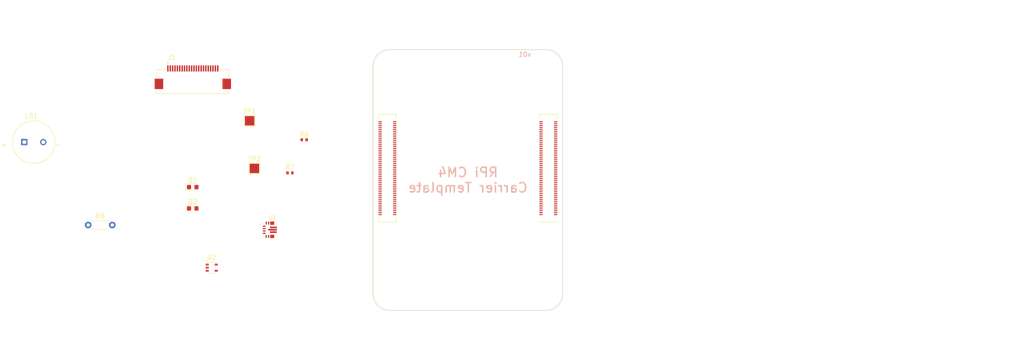
<source format=kicad_pcb>
(kicad_pcb (version 20240108) (generator "pcbnew") (generator_version "8.0")
  (title_block (title "Raspberry Pi Compute Module 4 Carrier Template") (date "2020-10-31") (rev "v01") (comment 2 "creativecommons.org/licenses/by/4.0/") (comment 3 "License: CC BY 4.0") (comment 4 "Author: Shawn Hymel"))
  (layers (0 "F.Cu" signal) (31 "B.Cu" signal) (34 "B.Paste" user) (35 "F.Paste" user) (36 "B.SilkS" user "B.Silkscreen") (37 "F.SilkS" user "F.Silkscreen") (38 "B.Mask" user) (39 "F.Mask" user) (44 "Edge.Cuts" user))
  (net 0 "")
  (net 1 "+3.3V")
  (net 2 "Net-(D1-K)")
  (net 3 "/CM4 GPIO/+3.3v")
  (net 4 "Net-(D2-K)")
  (net 5 "GND")
  (net 7 "/CM4 High Speed/CAM0_D1_P")
  (net 8 "/CM4 High Speed/CAM0_D0_N")
  (net 10 "/CM4 High Speed/CAM0_C_N")
  (net 11 "/CM4 High Speed/SCL1")
  (net 12 "/CM4 High Speed/+3.3v")
  (net 13 "/CM4 High Speed/CAM0_D0_P")
  (net 14 "/CM4 High Speed/CAM_GPIO")
  (net 15 "/CM4 High Speed/CAM0_D1_N")
  (net 18 "/CM4 High Speed/SDA1")
  (net 19 "/CM4 High Speed/CAM0_C_P")
  (net 21 "/CM4 GPIO/GPIO17")
  (net 23 "/CM4 GPIO/CAM_GPIO")
  (net 32 "+1.8V")
  (net 52 "+5V")
  (net 79 "/CM4 GPIO/GPIO18")
  (net 82 "/CM4 GPIO/GPIO20")
  (net 84 "/CM4 GPIO/GPIO19")
  (net 105 "/CM4 GPIO/PI_nLED_Activity")
  (net 116 "/CM4 GPIO/nPWR_LED")
  (net 139 "/CM4 GPIO/GPIO21")
  (net 153 "Net-(R6-Pad2)")
  (net 154 "Net-(D4-A)")
  (net 155 "PS")
  (net 156 "PG")
  (net 157 "EN")
  (net 158 "Net-(U1-L2)")
  (net 159 "Net-(U1-L1)")
  (net 160 "VIN")
  (net 161 "Net-(U1-VAUX)")
  (net 162 "FB")
  (footprint "LED_SMD:LED_0603_1608Metric" (layer "F.Cu") (at 88.5 107.5)
    (property "Reference" "D1" (at 0 -1.43 0) (layer "F.SilkS"))
    (property "Value" "LED Red")
    (fp_line (start -1.485 -0.735) (end -1.485 0.735) (stroke (width 0.12)) (layer "F.SilkS"))
    (fp_line (start -1.485 0.735) (end 0.8 0.735) (stroke (width 0.12)) (layer "F.SilkS"))
    (fp_line (start 0.8 -0.735) (end -1.485 -0.735) (stroke (width 0.12)) (layer "F.SilkS"))
    (pad "1" smd roundrect (at -0.7875 0) (size 0.875 0.95) (layers "F.Cu" "F.Paste" "F.Mask") (net 2 "Net-(D1-K)"))
    (pad "2" smd roundrect (at 0.7875 0) (size 0.875 0.95) (layers "F.Cu" "F.Paste" "F.Mask") (net 1 "+3.3V"))
  )
  (footprint "Resistor_SMD:R_0402_1005Metric" (layer "F.Cu") (at 111.99 97.5)
    (property "Reference" "R6" (at 0 -1.17 0) (layer "F.SilkS"))
    (property "Value" "1k")
    (fp_line (start -0.153641 -0.38) (end 0.153641 -0.38) (stroke (width 0.12)) (layer "F.SilkS"))
    (fp_line (start -0.153641 0.38) (end 0.153641 0.38) (stroke (width 0.12)) (layer "F.SilkS"))
    (pad "1" smd roundrect (at -0.51 0) (size 0.54 0.64) (layers "F.Cu" "F.Paste" "F.Mask") (net 2 "Net-(D1-K)"))
    (pad "2" smd roundrect (at 0.51 0) (size 0.54 0.64) (layers "F.Cu" "F.Paste" "F.Mask") (net 153 "Net-(R6-Pad2)"))
  )
  (footprint "TestPoint:TestPoint_Pad_2.0x2.0mm" (layer "F.Cu") (at 100.5 93.5)
    (property "Reference" "TP1" (at 0 -1.998 0) (layer "F.SilkS"))
    (property "Value" "TestPoint")
    (fp_line (start -1.2 -1.2) (end 1.2 -1.2) (stroke (width 0.12)) (layer "F.SilkS"))
    (fp_line (start -1.2 1.2) (end -1.2 -1.2) (stroke (width 0.12)) (layer "F.SilkS"))
    (fp_line (start 1.2 -1.2) (end 1.2 1.2) (stroke (width 0.12)) (layer "F.SilkS"))
    (fp_line (start 1.2 1.2) (end -1.2 1.2) (stroke (width 0.12)) (layer "F.SilkS"))
    (pad "1" smd rect (at 0 0) (size 2 2) (layers "F.Cu" "F.Mask") (net 2 "Net-(D1-K)"))
  )
  (footprint "LED_SMD:LED_0603_1608Metric" (layer "F.Cu") (at 88.5 112)
    (property "Reference" "D2" (at 0 -1.43 0) (layer "F.SilkS"))
    (property "Value" "LED Green")
    (fp_line (start -1.485 -0.735) (end -1.485 0.735) (stroke (width 0.12)) (layer "F.SilkS"))
    (fp_line (start -1.485 0.735) (end 0.8 0.735) (stroke (width 0.12)) (layer "F.SilkS"))
    (fp_line (start 0.8 -0.735) (end -1.485 -0.735) (stroke (width 0.12)) (layer "F.SilkS"))
    (pad "1" smd roundrect (at -0.7875 0) (size 0.875 0.95) (layers "F.Cu" "F.Paste" "F.Mask") (net 4 "Net-(D2-K)"))
    (pad "2" smd roundrect (at 0.7875 0) (size 0.875 0.95) (layers "F.Cu" "F.Paste" "F.Mask") (net 3 "/CM4 GPIO/+3.3v"))
  )
  (footprint "Package_TO_SOT_SMD:SOT-353_SC-70-5" (layer "F.Cu") (at 92.5 124.5)
    (property "Reference" "U2" (at 0 -2.25 0) (layer "F.SilkS"))
    (property "Value" "74LVC1G07SE-7")
    (fp_line (start -0.71 -1.16) (end 0.7 -1.16) (stroke (width 0.12)) (layer "F.SilkS"))
    (fp_line (start -0.7 1.16) (end 0.7 1.16) (stroke (width 0.12)) (layer "F.SilkS"))
    (fp_poly (pts (xy -1.08 -1.11) (xy -1.32 -1.44) (xy -0.84 -1.44) (xy -1.08 -1.11)) (stroke (width 0.12)) (fill solid) (layer "F.SilkS"))
    (pad "1" smd roundrect (at -0.95 -0.65) (size 0.65 0.4) (layers "F.Cu" "F.Paste" "F.Mask"))
    (pad "2" smd roundrect (at -0.95 0) (size 0.65 0.4) (layers "F.Cu" "F.Paste" "F.Mask") (net 116 "/CM4 GPIO/nPWR_LED"))
    (pad "3" smd roundrect (at -0.95 0.65) (size 0.65 0.4) (layers "F.Cu" "F.Paste" "F.Mask") (net 5 "GND"))
    (pad "4" smd roundrect (at 0.95 0.65) (size 0.65 0.4) (layers "F.Cu" "F.Paste" "F.Mask") (net 153 "Net-(R6-Pad2)"))
    (pad "5" smd roundrect (at 0.95 -0.65) (size 0.65 0.4) (layers "F.Cu" "F.Paste" "F.Mask") (net 1 "+3.3V"))
  )
  (footprint "Resistor_THT:R_Axial_DIN0204_L3.6mm_D1.6mm_P5.08mm_Horizontal" (layer "F.Cu") (at 66.46 115.5)
    (property "Reference" "R8" (at 2.54 -1.92 0) (layer "F.SilkS"))
    (property "Value" "DNF")
    (fp_line (start 0.62 -0.92) (end 4.46 -0.92) (stroke (width 0.12)) (layer "F.SilkS"))
    (fp_line (start 0.62 0.92) (end 4.46 0.92) (stroke (width 0.12)) (layer "F.SilkS"))
    (pad "1" thru_hole circle (at 0 0) (size 1.4 1.4) (drill 0.7) (layers "*.Cu" "*.Mask") (net 82 "/CM4 GPIO/GPIO20"))
    (pad "2" thru_hole oval (at 5.08 0) (size 1.4 1.4) (drill 0.7) (layers "*.Cu" "*.Mask") (net 154 "Net-(D4-A)"))
  )
  (footprint "CUI_CST-931AP.petty:CUI_CST-931AP" (layer "F.Cu") (at 55 98)
    (property "Reference" "LS1" (at -0.496575 -5.522545 0) (layer "F.SilkS") (effects (font (size 1.003189 1.003189))))
    (property "Value" "CST-931AP")
    (fp_circle (center 0 0) (end 4.5 0) (stroke (width 0.127)) (fill none) (layer "F.SilkS"))
    (fp_text user "-" (at 5.0535 0.601179 0) (layer "F.SilkS") (effects (font (size 1.001961 1.001961))))
    (fp_text user "+" (at -6.38073 0.601011 0) (layer "F.SilkS") (effects (font (size 1.001677 1.001677))))
    (pad "M" thru_hole circle (at 2 0) (size 1.308 1.308) (drill 0.8) (layers "*.Cu" "*.Mask") (net 5 "GND"))
    (pad "P" thru_hole rect (at -2 0) (size 1.308 1.308) (drill 0.8) (layers "*.Cu" "*.Mask") (net 21 "/CM4 GPIO/GPIO17"))
  )
  (footprint "Resistor_SMD:R_0402_1005Metric" (layer "F.Cu") (at 108.99 104.5)
    (property "Reference" "R7" (at 0 -1.17 0) (layer "F.SilkS"))
    (property "Value" "1k")
    (fp_line (start -0.153641 -0.38) (end 0.153641 -0.38) (stroke (width 0.12)) (layer "F.SilkS"))
    (fp_line (start -0.153641 0.38) (end 0.153641 0.38) (stroke (width 0.12)) (layer "F.SilkS"))
    (pad "1" smd roundrect (at -0.51 0) (size 0.54 0.64) (layers "F.Cu" "F.Paste" "F.Mask") (net 4 "Net-(D2-K)"))
    (pad "2" smd roundrect (at 0.51 0) (size 0.54 0.64) (layers "F.Cu" "F.Paste" "F.Mask") (net 105 "/CM4 GPIO/PI_nLED_Activity"))
  )
  (footprint "buckboost_footprint:VREG_TPS63070RNMR" (layer "F.Cu") (at 104.725 116.5)
    (property "Reference" "U1" (at 0.64 -2.608 0) (layer "F.SilkS") (effects (font (size 0.8 0.8))))
    (property "Value" "TPS63070RNMR")
    (fp_line (start -1.25 -1.5) (end -1.25 -1.195) (stroke (width 0.127)) (layer "F.SilkS"))
    (fp_line (start -1.25 1.5) (end -1.25 1.195) (stroke (width 0.127)) (layer "F.SilkS"))
    (fp_line (start -1.17 -1.5) (end -1.25 -1.5) (stroke (width 0.127)) (layer "F.SilkS"))
    (fp_line (start -1.17 1.5) (end -1.25 1.5) (stroke (width 0.127)) (layer "F.SilkS"))
    (fp_line (start 1.17 -1.5) (end 1.25 -1.5) (stroke (width 0.127)) (layer "F.SilkS"))
    (fp_line (start 1.25 -1.5) (end 1.25 -0.995) (stroke (width 0.127)) (layer "F.SilkS"))
    (fp_line (start 1.25 0.995) (end 1.25 1.5) (stroke (width 0.127)) (layer "F.SilkS"))
    (fp_line (start 1.25 1.5) (end 1.17 1.5) (stroke (width 0.127)) (layer "F.SilkS"))
    (fp_circle (center -2 -1.15) (end -1.9 -1.15) (stroke (width 0.2)) (fill none) (layer "F.SilkS"))
    (pad "1" smd roundrect (at -1.15 -0.75) (size 0.6 0.25) (layers "F.Cu" "F.Paste") (roundrect_rratio 0.025) (net 155 "PS"))
    (pad "2" smd roundrect (at -1.15 -0.25) (size 0.6 0.25) (layers "F.Cu" "F.Paste") (roundrect_rratio 0.025) (net 156 "PG"))
    (pad "3" smd roundrect (at -1.15 0.25) (size 0.6 0.25) (layers "F.Cu" "F.Paste") (roundrect_rratio 0.025) (net 161 "Net-(U1-VAUX)"))
    (pad "4" smd roundrect (at -1.15 0.75) (size 0.6 0.25) (layers "F.Cu" "F.Paste") (roundrect_rratio 0.025) (net 5 "GND"))
    (pad "5" smd roundrect (at -0.725 1.4) (size 0.25 0.6) (layers "F.Cu" "F.Paste") (roundrect_rratio 0.025) (net 162 "FB"))
    (pad "6" smd roundrect (at -0.225 1.4) (size 0.25 0.6) (layers "F.Cu" "F.Paste") (roundrect_rratio 0.025) (net 5 "GND"))
    (pad "7_8" smd roundrect (at 0.525 1.4) (size 0.85 0.7) (layers "F.Cu") (roundrect_rratio 0.025) (net 52 "+5V"))
    (pad "9" smd roundrect (at 0.775 0.5) (size 1.45 0.35) (layers "F.Cu") (roundrect_rratio 0.025) (net 158 "Net-(U1-L2)"))
    (pad "10" smd roundrect (at 0.6 0) (size 1.8 0.35) (layers "F.Cu") (roundrect_rratio 0.025) (net 5 "GND"))
    (pad "11" smd roundrect (at 0.775 -0.5) (size 1.45 0.35) (layers "F.Cu") (roundrect_rratio 0.025) (net 159 "Net-(U1-L1)"))
    (pad "12_13" smd roundrect (at 0.525 -1.4) (size 0.85 0.7) (layers "F.Cu") (roundrect_rratio 0.025) (net 160 "VIN"))
    (pad "14" smd roundrect (at -0.225 -1.4) (size 0.25 0.6) (layers "F.Cu" "F.Paste") (roundrect_rratio 0.025) (net 157 "EN"))
    (pad "15" smd roundrect (at -0.725 -1.4) (size 0.25 0.6) (layers "F.Cu" "F.Paste") (roundrect_rratio 0.025) (net 5 "GND"))
  )
  (footprint "AMPHENOL_F305-1A7H1-21022-E100.petty:AMPHENOL_F305-1A7H1-21022-E100" (layer "F.Cu") (at 88.52 85.255)
    (property "Reference" "J1" (at -4.475 -5.135 0) (layer "F.SilkS"))
    (property "Value" "F305-1A7H1-21022-E100")
    (fp_line (start -7.65 -2.5) (end -5.72 -2.5) (stroke (width 0.127)) (layer "F.SilkS"))
    (fp_line (start -7.65 -0.97) (end -7.65 -2.5) (stroke (width 0.127)) (layer "F.SilkS"))
    (fp_line (start -7.65 1.87) (end -7.65 2.5) (stroke (width 0.127)) (layer "F.SilkS"))
    (fp_line (start -7.65 2.5) (end 7.65 2.5) (stroke (width 0.127)) (layer "F.SilkS"))
    (fp_line (start 5.72 -2.5) (end 7.65 -2.5) (stroke (width 0.127)) (layer "F.SilkS"))
    (fp_line (start 7.65 -2.5) (end 7.65 -0.97) (stroke (width 0.127)) (layer "F.SilkS"))
    (fp_line (start 7.65 2.5) (end 7.65 1.87) (stroke (width 0.127)) (layer "F.SilkS"))
    (fp_circle (center -5.25 -4) (end -5.15 -4) (stroke (width 0.2)) (fill none) (layer "F.SilkS"))
    (pad "1" smd rect (at -5.25 -2.8) (size 0.3 1.3) (layers "F.Cu" "F.Paste") (net 5 "GND"))
    (pad "2" smd rect (at -4.75 -2.8) (size 0.3 1.3) (layers "F.Cu" "F.Paste") (net 8 "/CM4 High Speed/CAM0_D0_N"))
    (pad "3" smd rect (at -4.25 -2.8) (size 0.3 1.3) (layers "F.Cu" "F.Paste") (net 13 "/CM4 High Speed/CAM0_D0_P"))
    (pad "4" smd rect (at -3.75 -2.8) (size 0.3 1.3) (layers "F.Cu" "F.Paste") (net 5 "GND"))
    (pad "5" smd rect (at -3.25 -2.8) (size 0.3 1.3) (layers "F.Cu" "F.Paste") (net 15 "/CM4 High Speed/CAM0_D1_N"))
    (pad "6" smd rect (at -2.75 -2.8) (size 0.3 1.3) (layers "F.Cu" "F.Paste") (net 7 "/CM4 High Speed/CAM0_D1_P"))
    (pad "7" smd rect (at -2.25 -2.8) (size 0.3 1.3) (layers "F.Cu" "F.Paste") (net 5 "GND"))
    (pad "8" smd rect (at -1.75 -2.8) (size 0.3 1.3) (layers "F.Cu" "F.Paste") (net 10 "/CM4 High Speed/CAM0_C_N"))
    (pad "9" smd rect (at -1.25 -2.8) (size 0.3 1.3) (layers "F.Cu" "F.Paste") (net 19 "/CM4 High Speed/CAM0_C_P"))
    (pad "10" smd rect (at -0.75 -2.8) (size 0.3 1.3) (layers "F.Cu" "F.Paste") (net 5 "GND"))
    (pad "11" smd rect (at -0.25 -2.8) (size 0.3 1.3) (layers "F.Cu" "F.Paste"))
    (pad "12" smd rect (at 0.25 -2.8) (size 0.3 1.3) (layers "F.Cu" "F.Paste"))
    (pad "13" smd rect (at 0.75 -2.8) (size 0.3 1.3) (layers "F.Cu" "F.Paste") (net 5 "GND"))
    (pad "14" smd rect (at 1.25 -2.8) (size 0.3 1.3) (layers "F.Cu" "F.Paste"))
    (pad "15" smd rect (at 1.75 -2.8) (size 0.3 1.3) (layers "F.Cu" "F.Paste"))
    (pad "16" smd rect (at 2.25 -2.8) (size 0.3 1.3) (layers "F.Cu" "F.Paste") (net 5 "GND"))
    (pad "17" smd rect (at 2.75 -2.8) (size 0.3 1.3) (layers "F.Cu" "F.Paste") (net 14 "/CM4 High Speed/CAM_GPIO"))
    (pad "18" smd rect (at 3.25 -2.8) (size 0.3 1.3) (layers "F.Cu" "F.Paste"))
    (pad "19" smd rect (at 3.75 -2.8) (size 0.3 1.3) (layers "F.Cu" "F.Paste") (net 5 "GND"))
    (pad "20" smd rect (at 4.25 -2.8) (size 0.3 1.3) (layers "F.Cu" "F.Paste") (net 11 "/CM4 High Speed/SCL1"))
    (pad "21" smd rect (at 4.75 -2.8) (size 0.3 1.3) (layers "F.Cu" "F.Paste") (net 18 "/CM4 High Speed/SDA1"))
    (pad "22" smd rect (at 5.25 -2.8) (size 0.3 1.3) (layers "F.Cu" "F.Paste") (net 12 "/CM4 High Speed/+3.3v"))
    (pad "SH1" smd rect (at -7.15 0.45) (size 1.8 2.2) (layers "F.Cu" "F.Paste" "F.Mask"))
    (pad "SH2" smd rect (at 7.15 0.45) (size 1.8 2.2) (layers "F.Cu" "F.Paste" "F.Mask"))
  )
  (footprint "TestPoint:TestPoint_Pad_2.0x2.0mm" (layer "F.Cu") (at 101.5 103.55)
    (property "Reference" "TP2" (at 0 -1.998 0) (layer "F.SilkS"))
    (property "Value" "TestPoint")
    (fp_line (start -1.2 -1.2) (end 1.2 -1.2) (stroke (width 0.12)) (layer "F.SilkS"))
    (fp_line (start -1.2 1.2) (end -1.2 -1.2) (stroke (width 0.12)) (layer "F.SilkS"))
    (fp_line (start 1.2 -1.2) (end 1.2 1.2) (stroke (width 0.12)) (layer "F.SilkS"))
    (fp_line (start 1.2 1.2) (end -1.2 1.2) (stroke (width 0.12)) (layer "F.SilkS"))
    (pad "1" smd rect (at 0 0) (size 2 2) (layers "F.Cu" "F.Mask") (net 4 "Net-(D2-K)"))
  )
  (footprint "CM4IO:Raspberry-Pi-4-Compute-Module" (layer "F.Cu") (at 163 82 180)
    (property "Reference" "Module1" (hide yes))
    (property "Value" "ComputeModule4-CM4")
    (fp_line (start 36.5 0) (end 36.5 -48) (stroke (width 0.12)) (layer "F.SilkS"))
    (fp_line (start 35.35 -10.1) (end 35.35 -11.1) (stroke (width 0.12)) (layer "F.SilkS"))
    (fp_line (start 35.35 -32.9) (end 35.35 -31.9) (stroke (width 0.12)) (layer "F.SilkS"))
    (fp_line (start 33 -51.5) (end 0 -51.5) (stroke (width 0.12)) (layer "F.SilkS"))
    (fp_line (start 31.57 -10.1) (end 35.35 -10.1) (stroke (width 0.12)) (layer "F.SilkS"))
    (fp_line (start 31.57 -10.1) (end 31.57 -11.1) (stroke (width 0.12)) (layer "F.SilkS"))
    (fp_line (start 31.57 -32.9) (end 35.35 -32.9) (stroke (width 0.12)) (layer "F.SilkS"))
    (fp_line (start 31.57 -32.9) (end 31.57 -31.9) (stroke (width 0.12)) (layer "F.SilkS"))
    (fp_line (start 1.43 -10.1) (end 1.43 -11.1) (stroke (width 0.12)) (layer "F.SilkS"))
    (fp_line (start 0 3.5) (end 33 3.5) (stroke (width 0.12)) (layer "F.SilkS"))
    (fp_line (start -2.35 -10.1) (end 1.43 -10.1) (stroke (width 0.12)) (layer "F.SilkS"))
    (fp_line (start -2.35 -10.1) (end -2.35 -11.1) (stroke (width 0.12)) (layer "F.SilkS"))
    (fp_line (start -2.35 -32.9) (end 1.43 -32.9) (stroke (width 0.12)) (layer "F.SilkS"))
    (fp_line (start -3.5 -48) (end -3.5 0) (stroke (width 0.12)) (layer "F.SilkS"))
    (fp_arc (start 36.5 0) (mid 35.474874 2.474874) (end 33 3.5) (stroke (width 0.12)) (layer "F.SilkS"))
    (fp_arc (start 33 -51.5) (mid 35.474874 -50.474874) (end 36.5 -48) (stroke (width 0.12)) (layer "F.SilkS"))
    (fp_arc (start 0 3.5) (mid -2.474874 2.474874) (end -3.5 0) (stroke (width 0.12)) (layer "F.SilkS"))
    (fp_arc (start -3.5 -48) (mid -2.474874 -50.474874) (end 0 -51.5) (stroke (width 0.12)) (layer "F.SilkS"))
    (pad "" np_thru_hole circle (at 0 -48 180) (size 2.7 2.7) (drill 2.7) (layers "*.Cu" "*.Mask") (clearance 1.7))
    (pad "" np_thru_hole circle (at 0 0 180) (size 2.7 2.7) (drill 2.7) (layers "*.Cu" "*.Mask") (clearance 1.7))
    (pad "" np_thru_hole circle (at 33 -48 180) (size 2.7 2.7) (drill 2.7) (layers "*.Cu" "*.Mask") (clearance 1.7))
    (pad "" np_thru_hole circle (at 33 0 180) (size 2.7 2.7) (drill 2.7) (layers "*.Cu" "*.Mask") (clearance 1.7))
    (pad "1" smd rect (at -2 -31.3 90) (size 0.2 0.7) (layers "F.Cu" "F.Paste" "F.Mask") (net 5 "GND"))
    (pad "2" smd rect (at 1.08 -31.3 90) (size 0.2 0.7) (layers "F.Cu" "F.Paste" "F.Mask") (net 5 "GND"))
    (pad "3" smd rect (at -2 -30.9 90) (size 0.2 0.7) (layers "F.Cu" "F.Paste" "F.Mask"))
    (pad "4" smd rect (at 1.08 -30.9 90) (size 0.2 0.7) (layers "F.Cu" "F.Paste" "F.Mask"))
    (pad "5" smd rect (at -2 -30.5 90) (size 0.2 0.7) (layers "F.Cu" "F.Paste" "F.Mask"))
    (pad "6" smd rect (at 1.08 -30.5 90) (size 0.2 0.7) (layers "F.Cu" "F.Paste" "F.Mask"))
    (pad "7" smd rect (at -2 -30.1 90) (size 0.2 0.7) (layers "F.Cu" "F.Paste" "F.Mask") (net 5 "GND"))
    (pad "8" smd rect (at 1.08 -30.1 90) (size 0.2 0.7) (layers "F.Cu" "F.Paste" "F.Mask") (net 5 "GND"))
    (pad "9" smd rect (at -2 -29.7 90) (size 0.2 0.7) (layers "F.Cu" "F.Paste" "F.Mask"))
    (pad "10" smd rect (at 1.08 -29.7 90) (size 0.2 0.7) (layers "F.Cu" "F.Paste" "F.Mask"))
    (pad "11" smd rect (at -2 -29.3 90) (size 0.2 0.7) (layers "F.Cu" "F.Paste" "F.Mask"))
    (pad "12" smd rect (at 1.08 -29.3 90) (size 0.2 0.7) (layers "F.Cu" "F.Paste" "F.Mask"))
    (pad "13" smd rect (at -2 -28.9 90) (size 0.2 0.7) (layers "F.Cu" "F.Paste" "F.Mask") (net 5 "GND"))
    (pad "14" smd rect (at 1.08 -28.9 90) (size 0.2 0.7) (layers "F.Cu" "F.Paste" "F.Mask") (net 5 "GND"))
    (pad "15" smd rect (at -2 -28.5 90) (size 0.2 0.7) (layers "F.Cu" "F.Paste" "F.Mask"))
    (pad "16" smd rect (at 1.08 -28.5 90) (size 0.2 0.7) (layers "F.Cu" "F.Paste" "F.Mask"))
    (pad "17" smd rect (at -2 -28.1 90) (size 0.2 0.7) (layers "F.Cu" "F.Paste" "F.Mask"))
    (pad "18" smd rect (at 1.08 -28.1 90) (size 0.2 0.7) (layers "F.Cu" "F.Paste" "F.Mask"))
    (pad "19" smd rect (at -2 -27.7 90) (size 0.2 0.7) (layers "F.Cu" "F.Paste" "F.Mask"))
    (pad "20" smd rect (at 1.08 -27.7 90) (size 0.2 0.7) (layers "F.Cu" "F.Paste" "F.Mask"))
    (pad "21" smd rect (at -2 -27.3 90) (size 0.2 0.7) (layers "F.Cu" "F.Paste" "F.Mask") (net 105 "/CM4 GPIO/PI_nLED_Activity"))
    (pad "22" smd rect (at 1.08 -27.3 90) (size 0.2 0.7) (layers "F.Cu" "F.Paste" "F.Mask") (net 5 "GND"))
    (pad "23" smd rect (at -2 -26.9 90) (size 0.2 0.7) (layers "F.Cu" "F.Paste" "F.Mask") (net 5 "GND"))
    (pad "24" smd rect (at 1.08 -26.9 90) (size 0.2 0.7) (layers "F.Cu" "F.Paste" "F.Mask"))
    (pad "25" smd rect (at -2 -26.5 90) (size 0.2 0.7) (layers "F.Cu" "F.Paste" "F.Mask") (net 139 "/CM4 GPIO/GPIO21"))
    (pad "26" smd rect (at 1.08 -26.5 90) (size 0.2 0.7) (layers "F.Cu" "F.Paste" "F.Mask") (net 84 "/CM4 GPIO/GPIO19"))
    (pad "27" smd rect (at -2 -26.1 90) (size 0.2 0.7) (layers "F.Cu" "F.Paste" "F.Mask") (net 82 "/CM4 GPIO/GPIO20"))
    (pad "28" smd rect (at 1.08 -26.1 90) (size 0.2 0.7) (layers "F.Cu" "F.Paste" "F.Mask"))
    (pad "29" smd rect (at -2 -25.7 90) (size 0.2 0.7) (layers "F.Cu" "F.Paste" "F.Mask"))
    (pad "30" smd rect (at 1.08 -25.7 90) (size 0.2 0.7) (layers "F.Cu" "F.Paste" "F.Mask"))
    (pad "31" smd rect (at -2 -25.3 90) (size 0.2 0.7) (layers "F.Cu" "F.Paste" "F.Mask"))
    (pad "32" smd rect (at 1.08 -25.3 90) (size 0.2 0.7) (layers "F.Cu" "F.Paste" "F.Mask") (net 5 "GND"))
    (pad "33" smd rect (at -2 -24.9 90) (size 0.2 0.7) (layers "F.Cu" "F.Paste" "F.Mask") (net 5 "GND"))
    (pad "34" smd rect (at 1.08 -24.9 90) (size 0.2 0.7) (layers "F.Cu" "F.Paste" "F.Mask"))
    (pad "35" smd rect (at -2 -24.5 90) (size 0.2 0.7) (layers "F.Cu" "F.Paste" "F.Mask"))
    (pad "36" smd rect (at 1.08 -24.5 90) (size 0.2 0.7) (layers "F.Cu" "F.Paste" "F.Mask"))
    (pad "37" smd rect (at -2 -24.1 90) (size 0.2 0.7) (layers "F.Cu" "F.Paste" "F.Mask"))
    (pad "38" smd rect (at 1.08 -24.1 90) (size 0.2 0.7) (layers "F.Cu" "F.Paste" "F.Mask"))
    (pad "39" smd rect (at -2 -23.7 90) (size 0.2 0.7) (layers "F.Cu" "F.Paste" "F.Mask"))
    (pad "40" smd rect (at 1.08 -23.7 90) (size 0.2 0.7) (layers "F.Cu" "F.Paste" "F.Mask"))
    (pad "41" smd rect (at -2 -23.3 90) (size 0.2 0.7) (layers "F.Cu" "F.Paste" "F.Mask"))
    (pad "42" smd rect (at 1.08 -23.3 90) (size 0.2 0.7) (layers "F.Cu" "F.Paste" "F.Mask") (net 5 "GND"))
    (pad "43" smd rect (at -2 -22.9 90) (size 0.2 0.7) (layers "F.Cu" "F.Paste" "F.Mask") (net 5 "GND"))
    (pad "44" smd rect (at 1.08 -22.9 90) (size 0.2 0.7) (layers "F.Cu" "F.Paste" "F.Mask"))
    (pad "45" smd rect (at -2 -22.5 90) (size 0.2 0.7) (layers "F.Cu" "F.Paste" "F.Mask"))
    (pad "46" smd rect (at 1.08 -22.5 90) (size 0.2 0.7) (layers "F.Cu" "F.Paste" "F.Mask"))
    (pad "47" smd rect (at -2 -22.1 90) (size 0.2 0.7) (layers "F.Cu" "F.Paste" "F.Mask"))
    (pad "48" smd rect (at 1.08 -22.1 90) (size 0.2 0.7) (layers "F.Cu" "F.Paste" "F.Mask"))
    (pad "49" smd rect (at -2 -21.7 90) (size 0.2 0.7) (layers "F.Cu" "F.Paste" "F.Mask") (net 79 "/CM4 GPIO/GPIO18"))
    (pad "50" smd rect (at 1.08 -21.7 90) (size 0.2 0.7) (layers "F.Cu" "F.Paste" "F.Mask") (net 21 "/CM4 GPIO/GPIO17"))
    (pad "51" smd rect (at -2 -21.3 90) (size 0.2 0.7) (layers "F.Cu" "F.Paste" "F.Mask"))
    (pad "52" smd rect (at 1.08 -21.3 90) (size 0.2 0.7) (layers "F.Cu" "F.Paste" "F.Mask") (net 5 "GND"))
    (pad "53" smd rect (at -2 -20.9 90) (size 0.2 0.7) (layers "F.Cu" "F.Paste" "F.Mask") (net 5 "GND"))
    (pad "54" smd rect (at 1.08 -20.9 90) (size 0.2 0.7) (layers "F.Cu" "F.Paste" "F.Mask"))
    (pad "55" smd rect (at -2 -20.5 90) (size 0.2 0.7) (layers "F.Cu" "F.Paste" "F.Mask"))
    (pad "56" smd rect (at 1.08 -20.5 90) (size 0.2 0.7) (layers "F.Cu" "F.Paste" "F.Mask"))
    (pad "57" smd rect (at -2 -20.1 90) (size 0.2 0.7) (layers "F.Cu" "F.Paste" "F.Mask"))
    (pad "58" smd rect (at 1.08 -20.1 90) (size 0.2 0.7) (layers "F.Cu" "F.Paste" "F.Mask"))
    (pad "59" smd rect (at -2 -19.7 90) (size 0.2 0.7) (layers "F.Cu" "F.Paste" "F.Mask") (net 5 "GND"))
    (pad "60" smd rect (at 1.08 -19.7 90) (size 0.2 0.7) (layers "F.Cu" "F.Paste" "F.Mask") (net 5 "GND"))
    (pad "61" smd rect (at -2 -19.3 90) (size 0.2 0.7) (layers "F.Cu" "F.Paste" "F.Mask"))
    (pad "62" smd rect (at 1.08 -19.3 90) (size 0.2 0.7) (layers "F.Cu" "F.Paste" "F.Mask"))
    (pad "63" smd rect (at -2 -18.9 90) (size 0.2 0.7) (layers "F.Cu" "F.Paste" "F.Mask"))
    (pad "64" smd rect (at 1.08 -18.9 90) (size 0.2 0.7) (layers "F.Cu" "F.Paste" "F.Mask"))
    (pad "65" smd rect (at -2 -18.5 90) (size 0.2 0.7) (layers "F.Cu" "F.Paste" "F.Mask") (net 5 "GND"))
    (pad "66" smd rect (at 1.08 -18.5 90) (size 0.2 0.7) (layers "F.Cu" "F.Paste" "F.Mask") (net 5 "GND"))
    (pad "67" smd rect (at -2 -18.1 90) (size 0.2 0.7) (layers "F.Cu" "F.Paste" "F.Mask"))
    (pad "68" smd rect (at 1.08 -18.1 90) (size 0.2 0.7) (layers "F.Cu" "F.Paste" "F.Mask"))
    (pad "69" smd rect (at -2 -17.7 90) (size 0.2 0.7) (layers "F.Cu" "F.Paste" "F.Mask"))
    (pad "70" smd rect (at 1.08 -17.7 90) (size 0.2 0.7) (layers "F.Cu" "F.Paste" "F.Mask"))
    (pad "71" smd rect (at -2 -17.3 90) (size 0.2 0.7) (layers "F.Cu" "F.Paste" "F.Mask") (net 5 "GND"))
    (pad "72" smd rect (at 1.08 -17.3 90) (size 0.2 0.7) (layers "F.Cu" "F.Paste" "F.Mask"))
    (pad "73" smd rect (at -2 -16.9 90) (size 0.2 0.7) (layers "F.Cu" "F.Paste" "F.Mask"))
    (pad "74" smd rect (at 1.08 -16.9 90) (size 0.2 0.7) (layers "F.Cu" "F.Paste" "F.Mask") (net 5 "GND"))
    (pad "75" smd rect (at -2 -16.5 90) (size 0.2 0.7) (layers "F.Cu" "F.Paste" "F.Mask"))
    (pad "76" smd rect (at 1.08 -16.5 90) (size 0.2 0.7) (layers "F.Cu" "F.Paste" "F.Mask"))
    (pad "77" smd rect (at -2 -16.1 90) (size 0.2 0.7) (layers "F.Cu" "F.Paste" "F.Mask") (net 52 "+5V"))
    (pad "78" smd rect (at 1.08 -16.1 90) (size 0.2 0.7) (layers "F.Cu" "F.Paste" "F.Mask") (net 1 "+3.3V"))
    (pad "79" smd rect (at -2 -15.7 90) (size 0.2 0.7) (layers "F.Cu" "F.Paste" "F.Mask") (net 52 "+5V"))
    (pad "80" smd rect (at 1.08 -15.7 90) (size 0.2 0.7) (layers "F.Cu" "F.Paste" "F.Mask") (net 11 "/CM4 High Speed/SCL1"))
    (pad "81" smd rect (at -2 -15.3 90) (size 0.2 0.7) (layers "F.Cu" "F.Paste" "F.Mask") (net 52 "+5V"))
    (pad "82" smd rect (at 1.08 -15.3 90) (size 0.2 0.7) (layers "F.Cu" "F.Paste" "F.Mask") (net 18 "/CM4 High Speed/SDA1"))
    (pad "83" smd rect (at -2 -14.9 90) (size 0.2 0.7) (layers "F.Cu" "F.Paste" "F.Mask") (net 52 "+5V"))
    (pad "84" smd rect (at 1.08 -14.9 90) (size 0.2 0.7) (layers "F.Cu" "F.Paste" "F.Mask") (net 1 "+3.3V"))
    (pad "85" smd rect (at -2 -14.5 90) (size 0.2 0.7) (layers "F.Cu" "F.Paste" "F.Mask") (net 52 "+5V"))
    (pad "86" smd rect (at 1.08 -14.5 90) (size 0.2 0.7) (layers "F.Cu" "F.Paste" "F.Mask") (net 1 "+3.3V"))
    (pad "87" smd rect (at -2 -14.1 90) (size 0.2 0.7) (layers "F.Cu" "F.Paste" "F.Mask") (net 52 "+5V"))
    (pad "88" smd rect (at 1.08 -14.1 90) (size 0.2 0.7) (layers "F.Cu" "F.Paste" "F.Mask") (net 32 "+1.8V"))
    (pad "89" smd rect (at -2 -13.7 90) (size 0.2 0.7) (layers "F.Cu" "F.Paste" "F.Mask"))
    (pad "90" smd rect (at 1.08 -13.7 90) (size 0.2 0.7) (layers "F.Cu" "F.Paste" "F.Mask") (net 32 "+1.8V"))
    (pad "91" smd rect (at -2 -13.3 90) (size 0.2 0.7) (layers "F.Cu" "F.Paste" "F.Mask"))
    (pad "92" smd rect (at 1.08 -13.3 90) (size 0.2 0.7) (layers "F.Cu" "F.Paste" "F.Mask"))
    (pad "93" smd rect (at -2 -12.9 90) (size 0.2 0.7) (layers "F.Cu" "F.Paste" "F.Mask"))
    (pad "94" smd rect (at 1.08 -12.9 90) (size 0.2 0.7) (layers "F.Cu" "F.Paste" "F.Mask"))
    (pad "95" smd rect (at -2 -12.5 90) (size 0.2 0.7) (layers "F.Cu" "F.Paste" "F.Mask") (net 116 "/CM4 GPIO/nPWR_LED"))
    (pad "96" smd rect (at 1.08 -12.5 90) (size 0.2 0.7) (layers "F.Cu" "F.Paste" "F.Mask"))
    (pad "97" smd rect (at -2 -12.1 90) (size 0.2 0.7) (layers "F.Cu" "F.Paste" "F.Mask") (net 23 "/CM4 GPIO/CAM_GPIO"))
    (pad "98" smd rect (at 1.08 -12.1 90) (size 0.2 0.7) (layers "F.Cu" "F.Paste" "F.Mask") (net 5 "GND"))
    (pad "99" smd rect (at -2 -11.7 90) (size 0.2 0.7) (layers "F.Cu" "F.Paste" "F.Mask"))
    (pad "100" smd rect (at 1.08 -11.7 90) (size 0.2 0.7) (layers "F.Cu" "F.Paste" "F.Mask"))
    (pad "101" smd rect (at 31.92 -31.3 90) (size 0.2 0.7) (layers "F.Cu" "F.Paste" "F.Mask"))
    (pad "102" smd rect (at 35 -31.3 90) (size 0.2 0.7) (layers "F.Cu" "F.Paste" "F.Mask"))
    (pad "103" smd rect (at 31.92 -30.9 90) (size 0.2 0.7) (layers "F.Cu" "F.Paste" "F.Mask"))
    (pad "104" smd rect (at 35 -30.9 90) (size 0.2 0.7) (layers "F.Cu" "F.Paste" "F.Mask"))
    (pad "105" smd rect (at 31.92 -30.5 90) (size 0.2 0.7) (layers "F.Cu" "F.Paste" "F.Mask"))
    (pad "106" smd rect (at 35 -30.5 90) (size 0.2 0.7) (layers "F.Cu" "F.Paste" "F.Mask"))
    (pad "107" smd rect (at 31.92 -30.1 90) (size 0.2 0.7) (layers "F.Cu" "F.Paste" "F.Mask") (net 5 "GND"))
    (pad "108" smd rect (at 35 -30.1 90) (size 0.2 0.7) (layers "F.Cu" "F.Paste" "F.Mask") (net 5 "GND"))
    (pad "109" smd rect (at 31.92 -29.7 90) (size 0.2 0.7) (layers "F.Cu" "F.Paste" "F.Mask"))
    (pad "110" smd rect (at 35 -29.7 90) (size 0.2 0.7) (layers "F.Cu" "F.Paste" "F.Mask"))
    (pad "111" smd rect (at 31.92 -29.3 90) (size 0.2 0.7) (layers "F.Cu" "F.Paste" "F.Mask"))
    (pad "112" smd rect (at 35 -29.3 90) (size 0.2 0.7) (layers "F.Cu" "F.Paste" "F.Mask"))
    (pad "113" smd rect (at 31.92 -28.9 90) (size 0.2 0.7) (layers "F.Cu" "F.Paste" "F.Mask") (net 5 "GND"))
    (pad "114" smd rect (at 35 -28.9 90) (size 0.2 0.7) (layers "F.Cu" "F.Paste" "F.Mask") (net 5 "GND"))
    (pad "115" smd rect (at 31.92 -28.5 90) (size 0.2 0.7) (layers "F.Cu" "F.Paste" "F.Mask") (net 8 "/CM4 High Speed/CAM0_D0_N"))
    (pad "116" smd rect (at 35 -28.5 90) (size 0.2 0.7) (layers "F.Cu" "F.Paste" "F.Mask"))
    (pad "117" smd rect (at 31.92 -28.1 90) (size 0.2 0.7) (layers "F.Cu" "F.Paste" "F.Mask") (net 13 "/CM4 High Speed/CAM0_D0_P"))
    (pad "118" smd rect (at 35 -28.1 90) (size 0.2 0.7) (layers "F.Cu" "F.Paste" "F.Mask"))
    (pad "119" smd rect (at 31.92 -27.7 90) (size 0.2 0.7) (layers "F.Cu" "F.Paste" "F.Mask") (net 5 "GND"))
    (pad "120" smd rect (at 35 -27.7 90) (size 0.2 0.7) (layers "F.Cu" "F.Paste" "F.Mask") (net 5 "GND"))
    (pad "121" smd rect (at 31.92 -27.3 90) (size 0.2 0.7) (layers "F.Cu" "F.Paste" "F.Mask") (net 15 "/CM4 High Speed/CAM0_D1_N"))
    (pad "122" smd rect (at 35 -27.3 90) (size 0.2 0.7) (layers "F.Cu" "F.Paste" "F.Mask"))
    (pad "123" smd rect (at 31.92 -26.9 90) (size 0.2 0.7) (layers "F.Cu" "F.Paste" "F.Mask") (net 7 "/CM4 High Speed/CAM0_D1_P"))
    (pad "124" smd rect (at 35 -26.9 90) (size 0.2 0.7) (layers "F.Cu" "F.Paste" "F.Mask"))
    (pad "125" smd rect (at 31.92 -26.5 90) (size 0.2 0.7) (layers "F.Cu" "F.Paste" "F.Mask") (net 5 "GND"))
    (pad "126" smd rect (at 35 -26.5 90) (size 0.2 0.7) (layers "F.Cu" "F.Paste" "F.Mask") (net 5 "GND"))
    (pad "127" smd rect (at 31.92 -26.1 90) (size 0.2 0.7) (layers "F.Cu" "F.Paste" "F.Mask") (net 10 "/CM4 High Speed/CAM0_C_N"))
    (pad "128" smd rect (at 35 -26.1 90) (size 0.2 0.7) (layers "F.Cu" "F.Paste" "F.Mask"))
    (pad "129" smd rect (at 31.92 -25.7 90) (size 0.2 0.7) (layers "F.Cu" "F.Paste" "F.Mask") (net 19 "/CM4 High Speed/CAM0_C_P"))
    (pad "130" smd rect (at 35 -25.7 90) (size 0.2 0.7) (layers "F.Cu" "F.Paste" "F.Mask"))
    (pad "131" smd rect (at 31.92 -25.3 90) (size 0.2 0.7) (layers "F.Cu" "F.Paste" "F.Mask") (net 5 "GND"))
    (pad "132" smd rect (at 35 -25.3 90) (size 0.2 0.7) (layers "F.Cu" "F.Paste" "F.Mask") (net 5 "GND"))
    (pad "133" smd rect (at 31.92 -24.9 90) (size 0.2 0.7) (layers "F.Cu" "F.Paste" "F.Mask"))
    (pad "134" smd rect (at 35 -24.9 90) (size 0.2 0.7) (layers "F.Cu" "F.Paste" "F.Mask"))
    (pad "135" smd rect (at 31.92 -24.5 90) (size 0.2 0.7) (layers "F.Cu" "F.Paste" "F.Mask"))
    (pad "136" smd rect (at 35 -24.5 90) (size 0.2 0.7) (layers "F.Cu" "F.Paste" "F.Mask"))
    (pad "137" smd rect (at 31.92 -24.1 90) (size 0.2 0.7) (layers "F.Cu" "F.Paste" "F.Mask") (net 5 "GND"))
    (pad "138" smd rect (at 35 -24.1 90) (size 0.2 0.7) (layers "F.Cu" "F.Paste" "F.Mask") (net 5 "GND"))
    (pad "139" smd rect (at 31.92 -23.7 90) (size 0.2 0.7) (layers "F.Cu" "F.Paste" "F.Mask"))
    (pad "140" smd rect (at 35 -23.7 90) (size 0.2 0.7) (layers "F.Cu" "F.Paste" "F.Mask"))
    (pad "141" smd rect (at 31.92 -23.3 90) (size 0.2 0.7) (layers "F.Cu" "F.Paste" "F.Mask"))
    (pad "142" smd rect (at 35 -23.3 90) (size 0.2 0.7) (layers "F.Cu" "F.Paste" "F.Mask"))
    (pad "143" smd rect (at 31.92 -22.9 90) (size 0.2 0.7) (layers "F.Cu" "F.Paste" "F.Mask"))
    (pad "144" smd rect (at 35 -22.9 90) (size 0.2 0.7) (layers "F.Cu" "F.Paste" "F.Mask") (net 5 "GND"))
    (pad "145" smd rect (at 31.92 -22.5 90) (size 0.2 0.7) (layers "F.Cu" "F.Paste" "F.Mask"))
    (pad "146" smd rect (at 35 -22.5 90) (size 0.2 0.7) (layers "F.Cu" "F.Paste" "F.Mask"))
    (pad "147" smd rect (at 31.92 -22.1 90) (size 0.2 0.7) (layers "F.Cu" "F.Paste" "F.Mask"))
    (pad "148" smd rect (at 35 -22.1 90) (size 0.2 0.7) (layers "F.Cu" "F.Paste" "F.Mask"))
    (pad "149" smd rect (at 31.92 -21.7 90) (size 0.2 0.7) (layers "F.Cu" "F.Paste" "F.Mask"))
    (pad "150" smd rect (at 35 -21.7 90) (size 0.2 0.7) (layers "F.Cu" "F.Paste" "F.Mask") (net 5 "GND"))
    (pad "151" smd rect (at 31.92 -21.3 90) (size 0.2 0.7) (layers "F.Cu" "F.Paste" "F.Mask"))
    (pad "152" smd rect (at 35 -21.3 90) (size 0.2 0.7) (layers "F.Cu" "F.Paste" "F.Mask"))
    (pad "153" smd rect (at 31.92 -20.9 90) (size 0.2 0.7) (layers "F.Cu" "F.Paste" "F.Mask"))
    (pad "154" smd rect (at 35 -20.9 90) (size 0.2 0.7) (layers "F.Cu" "F.Paste" "F.Mask"))
    (pad "155" smd rect (at 31.92 -20.5 90) (size 0.2 0.7) (layers "F.Cu" "F.Paste" "F.Mask") (net 5 "GND"))
    (pad "156" smd rect (at 35 -20.5 90) (size 0.2 0.7) (layers "F.Cu" "F.Paste" "F.Mask") (net 5 "GND"))
    (pad "157" smd rect (at 31.92 -20.1 90) (size 0.2 0.7) (layers "F.Cu" "F.Paste" "F.Mask"))
    (pad "158" smd rect (at 35 -20.1 90) (size 0.2 0.7) (layers "F.Cu" "F.Paste" "F.Mask"))
    (pad "159" smd rect (at 31.92 -19.7 90) (size 0.2 0.7) (layers "F.Cu" "F.Paste" "F.Mask"))
    (pad "160" smd rect (at 35 -19.7 90) (size 0.2 0.7) (layers "F.Cu" "F.Paste" "F.Mask"))
    (pad "161" smd rect (at 31.92 -19.3 90) (size 0.2 0.7) (layers "F.Cu" "F.Paste" "F.Mask") (net 5 "GND"))
    (pad "162" smd rect (at 35 -19.3 90) (size 0.2 0.7) (layers "F.Cu" "F.Paste" "F.Mask") (net 5 "GND"))
    (pad "163" smd rect (at 31.92 -18.9 90) (size 0.2 0.7) (layers "F.Cu" "F.Paste" "F.Mask"))
    (pad "164" smd rect (at 35 -18.9 90) (size 0.2 0.7) (layers "F.Cu" "F.Paste" "F.Mask"))
    (pad "165" smd rect (at 31.92 -18.5 90) (size 0.2 0.7) (layers "F.Cu" "F.Paste" "F.Mask"))
    (pad "166" smd rect (at 35 -18.5 90) (size 0.2 0.7) (layers "F.Cu" "F.Paste" "F.Mask"))
    (pad "167" smd rect (at 31.92 -18.1 90) (size 0.2 0.7) (layers "F.Cu" "F.Paste" "F.Mask") (net 5 "GND"))
    (pad "168" smd rect (at 35 -18.1 90) (size 0.2 0.7) (layers "F.Cu" "F.Paste" "F.Mask") (net 5 "GND"))
    (pad "169" smd rect (at 31.92 -17.7 90) (size 0.2 0.7) (layers "F.Cu" "F.Paste" "F.Mask"))
    (pad "170" smd rect (at 35 -17.7 90) (size 0.2 0.7) (layers "F.Cu" "F.Paste" "F.Mask"))
    (pad "171" smd rect (at 31.92 -17.3 90) (size 0.2 0.7) (layers "F.Cu" "F.Paste" "F.Mask"))
    (pad "172" smd rect (at 35 -17.3 90) (size 0.2 0.7) (layers "F.Cu" "F.Paste" "F.Mask"))
    (pad "173" smd rect (at 31.92 -16.9 90) (size 0.2 0.7) (layers "F.Cu" "F.Paste" "F.Mask") (net 5 "GND"))
    (pad "174" smd rect (at 35 -16.9 90) (size 0.2 0.7) (layers "F.Cu" "F.Paste" "F.Mask") (net 5 "GND"))
    (pad "175" smd rect (at 31.92 -16.5 90) (size 0.2 0.7) (layers "F.Cu" "F.Paste" "F.Mask"))
    (pad "176" smd rect (at 35 -16.5 90) (size 0.2 0.7) (layers "F.Cu" "F.Paste" "F.Mask"))
    (pad "177" smd rect (at 31.92 -16.1 90) (size 0.2 0.7) (layers "F.Cu" "F.Paste" "F.Mask"))
    (pad "178" smd rect (at 35 -16.1 90) (size 0.2 0.7) (layers "F.Cu" "F.Paste" "F.Mask"))
    (pad "179" smd rect (at 31.92 -15.7 90) (size 0.2 0.7) (layers "F.Cu" "F.Paste" "F.Mask") (net 5 "GND"))
    (pad "180" smd rect (at 35 -15.7 90) (size 0.2 0.7) (layers "F.Cu" "F.Paste" "F.Mask") (net 5 "GND"))
    (pad "181" smd rect (at 31.92 -15.3 90) (size 0.2 0.7) (layers "F.Cu" "F.Paste" "F.Mask"))
    (pad "182" smd rect (at 35 -15.3 90) (size 0.2 0.7) (layers "F.Cu" "F.Paste" "F.Mask"))
    (pad "183" smd rect (at 31.92 -14.9 90) (size 0.2 0.7) (layers "F.Cu" "F.Paste" "F.Mask"))
    (pad "184" smd rect (at 35 -14.9 90) (size 0.2 0.7) (layers "F.Cu" "F.Paste" "F.Mask"))
    (pad "185" smd rect (at 31.92 -14.5 90) (size 0.2 0.7) (layers "F.Cu" "F.Paste" "F.Mask") (net 5 "GND"))
    (pad "186" smd rect (at 35 -14.5 90) (size 0.2 0.7) (layers "F.Cu" "F.Paste" "F.Mask") (net 5 "GND"))
    (pad "187" smd rect (at 31.92 -14.1 90) (size 0.2 0.7) (layers "F.Cu" "F.Paste" "F.Mask"))
    (pad "188" smd rect (at 35 -14.1 90) (size 0.2 0.7) (layers "F.Cu" "F.Paste" "F.Mask"))
    (pad "189" smd rect (at 31.92 -13.7 90) (size 0.2 0.7) (layers "F.Cu" "F.Paste" "F.Mask"))
    (pad "190" smd rect (at 35 -13.7 90) (size 0.2 0.7) (layers "F.Cu" "F.Paste" "F.Mask"))
    (pad "191" smd rect (at 31.92 -13.3 90) (size 0.2 0.7) (layers "F.Cu" "F.Paste" "F.Mask") (net 5 "GND"))
    (pad "192" smd rect (at 35 -13.3 90) (size 0.2 0.7) (layers "F.Cu" "F.Paste" "F.Mask") (net 5 "GND"))
    (pad "193" smd rect (at 31.92 -12.9 90) (size 0.2 0.7) (layers "F.Cu" "F.Paste" "F.Mask"))
    (pad "194" smd rect (at 35 -12.9 90) (size 0.2 0.7) (layers "F.Cu" "F.Paste" "F.Mask"))
    (pad "195" smd rect (at 31.92 -12.5 90) (size 0.2 0.7) (layers "F.Cu" "F.Paste" "F.Mask"))
    (pad "196" smd rect (at 35 -12.5 90) (size 0.2 0.7) (layers "F.Cu" "F.Paste" "F.Mask"))
    (pad "197" smd rect (at 31.92 -12.1 90) (size 0.2 0.7) (layers "F.Cu" "F.Paste" "F.Mask") (net 5 "GND"))
    (pad "198" smd rect (at 35 -12.1 90) (size 0.2 0.7) (layers "F.Cu" "F.Paste" "F.Mask") (net 5 "GND"))
    (pad "199" smd rect (at 31.92 -11.7 90) (size 0.2 0.7) (layers "F.Cu" "F.Paste" "F.Mask"))
    (pad "200" smd rect (at 35 -11.7 90) (size 0.2 0.7) (layers "F.Cu" "F.Paste" "F.Mask"))
  )
  (gr_line (start 166.5 130) (end 166.5 82) (stroke (width 0.1)) (layer "Edge.Cuts"))
  (gr_arc (start 126.5 82) (mid 127.525126 79.525126) (end 130 78.5) (stroke (width 0.1)) (layer "Edge.Cuts"))
  (gr_line (start 126.5 82) (end 126.5 130) (stroke (width 0.1)) (layer "Edge.Cuts"))
  (gr_line (start 130 133.5) (end 163 133.5) (stroke (width 0.1)) (layer "Edge.Cuts"))
  (gr_arc (start 130 133.5) (mid 127.525126 132.474874) (end 126.5 130) (stroke (width 0.1)) (layer "Edge.Cuts"))
  (gr_line (start 163 78.5) (end 130 78.5) (stroke (width 0.1)) (layer "Edge.Cuts"))
  (gr_arc (start 166.5 130) (mid 165.474874 132.474874) (end 163 133.5) (stroke (width 0.1)) (layer "Edge.Cuts"))
  (gr_arc (start 163 78.5) (mid 165.474874 79.525126) (end 166.5 82) (stroke (width 0.1)) (layer "Edge.Cuts"))
  (gr_text "RPi CM4\nCarrier Template" (at 146.5 106 0) (layer "B.SilkS") (effects (font (size 2 2) (thickness 0.3)) (justify mirror)))
  (gr_text "v01" (at 158.5 79.5 0) (layer "B.SilkS") (effects (font (size 1 1)) (justify mirror)))
)
</source>
